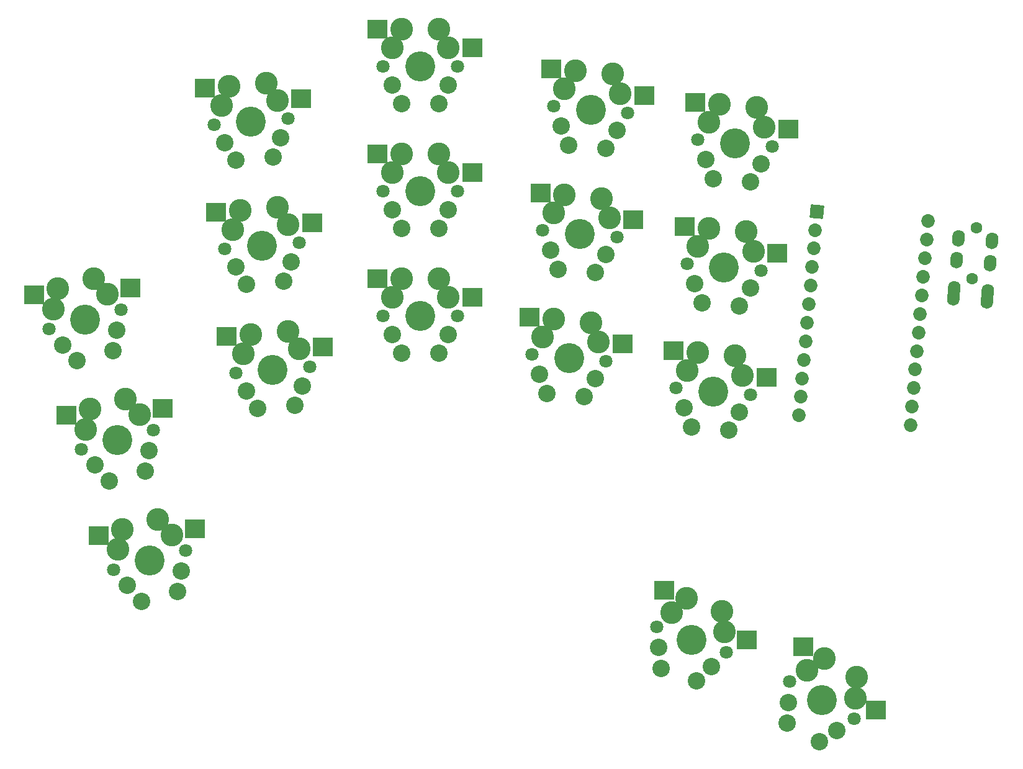
<source format=gbr>
%TF.GenerationSoftware,KiCad,Pcbnew,(6.0.2-0)*%
%TF.CreationDate,2022-03-23T10:44:18-07:00*%
%TF.ProjectId,Untitled,556e7469-746c-4656-942e-6b696361645f,v1.0.0*%
%TF.SameCoordinates,Original*%
%TF.FileFunction,Soldermask,Top*%
%TF.FilePolarity,Negative*%
%FSLAX46Y46*%
G04 Gerber Fmt 4.6, Leading zero omitted, Abs format (unit mm)*
G04 Created by KiCad (PCBNEW (6.0.2-0)) date 2022-03-23 10:44:18*
%MOMM*%
%LPD*%
G01*
G04 APERTURE LIST*
G04 Aperture macros list*
%AMRoundRect*
0 Rectangle with rounded corners*
0 $1 Rounding radius*
0 $2 $3 $4 $5 $6 $7 $8 $9 X,Y pos of 4 corners*
0 Add a 4 corners polygon primitive as box body*
4,1,4,$2,$3,$4,$5,$6,$7,$8,$9,$2,$3,0*
0 Add four circle primitives for the rounded corners*
1,1,$1+$1,$2,$3*
1,1,$1+$1,$4,$5*
1,1,$1+$1,$6,$7*
1,1,$1+$1,$8,$9*
0 Add four rect primitives between the rounded corners*
20,1,$1+$1,$2,$3,$4,$5,0*
20,1,$1+$1,$4,$5,$6,$7,0*
20,1,$1+$1,$6,$7,$8,$9,0*
20,1,$1+$1,$8,$9,$2,$3,0*%
%AMHorizOval*
0 Thick line with rounded ends*
0 $1 width*
0 $2 $3 position (X,Y) of the first rounded end (center of the circle)*
0 $4 $5 position (X,Y) of the second rounded end (center of the circle)*
0 Add line between two ends*
20,1,$1,$2,$3,$4,$5,0*
0 Add two circle primitives to create the rounded ends*
1,1,$1,$2,$3*
1,1,$1,$4,$5*%
G04 Aperture macros list end*
%ADD10C,1.801800*%
%ADD11C,3.100000*%
%ADD12C,4.087800*%
%ADD13RoundRect,0.050000X1.275000X1.250000X-1.275000X1.250000X-1.275000X-1.250000X1.275000X-1.250000X0*%
%ADD14C,2.386000*%
%ADD15RoundRect,0.050000X-0.796591X0.949340X-0.949340X-0.796591X0.796591X-0.949340X0.949340X0.796591X0*%
%ADD16C,1.852600*%
%ADD17C,1.600000*%
%ADD18HorizOval,1.700000X-0.026147X-0.298858X0.026147X0.298858X0*%
G04 APERTURE END LIST*
D10*
%TO.C,S5*%
X9707132Y33577018D03*
X-106674Y30947416D03*
D11*
X5938880Y37826521D03*
X462651Y33729568D03*
X7823006Y35701769D03*
X1031977Y36511720D03*
D12*
X4800229Y32262217D03*
D13*
X10986413Y36549402D03*
X-2157510Y35657099D03*
%TD*%
D12*
%TO.C,S20*%
X70798781Y27030529D03*
D10*
X75859450Y26587778D03*
X65738112Y27473280D03*
D14*
X67825695Y22191236D03*
X72886364Y21748484D03*
X74372907Y24168131D03*
X66781904Y24832258D03*
%TD*%
D10*
%TO.C,S23*%
X78822745Y60458398D03*
D11*
X70187950Y63763547D03*
X71674493Y66183194D03*
X76735162Y65740442D03*
D12*
X73762076Y60901149D03*
D11*
X77778953Y63099420D03*
D10*
X68701407Y61343900D03*
D13*
X81041491Y62813985D03*
X68385058Y66470982D03*
%TD*%
D12*
%TO.C,S3*%
X9200153Y15841478D03*
D10*
X4293250Y14526677D03*
D11*
X5431901Y20090981D03*
D10*
X14107056Y17156279D03*
D11*
X10338804Y21405782D03*
X12222930Y19281030D03*
X4862575Y17308829D03*
D13*
X15386337Y20128663D03*
X2242414Y19236360D03*
%TD*%
D12*
%TO.C,S30*%
X93439029Y56335482D03*
D10*
X98499698Y55892731D03*
X88378360Y56778233D03*
D14*
X90465943Y51496189D03*
X95526612Y51053437D03*
X89422152Y54137211D03*
X97013155Y53473084D03*
%TD*%
D11*
%TO.C,S13*%
X47977133Y37841886D03*
X54327133Y35301886D03*
D12*
X50517133Y32761886D03*
D10*
X45437133Y32761886D03*
D11*
X46707133Y35301886D03*
X53057133Y37841886D03*
D10*
X55597133Y32761886D03*
D13*
X57602133Y35301886D03*
X44675133Y37841886D03*
%TD*%
D10*
%TO.C,S22*%
X67219760Y44408590D03*
X77341098Y43523088D03*
D12*
X72280429Y43965839D03*
D14*
X74368012Y38683794D03*
X69307343Y39126546D03*
X68263552Y41767568D03*
X75854555Y41103441D03*
%TD*%
D11*
%TO.C,S1*%
X9831824Y3670242D03*
D10*
X8693173Y-1894062D03*
D11*
X16622853Y2860291D03*
X9262498Y888090D03*
D10*
X18506979Y735540D03*
D12*
X13600076Y-579261D03*
D11*
X14738727Y4985043D03*
D13*
X19786260Y3707924D03*
X6642337Y2815621D03*
%TD*%
D10*
%TO.C,S11*%
X32499043Y59709504D03*
D11*
X23421497Y61465024D03*
D12*
X27438374Y59266753D03*
D11*
X29525957Y64548798D03*
X31012500Y62129151D03*
D10*
X22377705Y58824002D03*
D11*
X24465288Y64106046D03*
D13*
X34275038Y62414586D03*
X21175853Y63818258D03*
%TD*%
D10*
%TO.C,S28*%
X97018050Y38957421D03*
D12*
X91957381Y39400172D03*
D10*
X86896712Y39842923D03*
D14*
X88984295Y34560879D03*
X94044964Y34118127D03*
X95531507Y36537774D03*
X87940504Y37201901D03*
%TD*%
D10*
%TO.C,S34*%
X100865300Y-17143777D03*
X109664118Y-22223777D03*
D12*
X105264709Y-19683777D03*
D14*
X100525004Y-22813186D03*
X104924414Y-25353186D03*
X100695152Y-19978482D03*
X107294266Y-23788482D03*
%TD*%
D15*
%TO.C,MCU1*%
X104615474Y47017275D03*
D16*
X104394099Y44486940D03*
X104172723Y41956606D03*
X103951347Y39426271D03*
X103729972Y36895937D03*
X103508596Y34365602D03*
X103287221Y31835267D03*
X103065845Y29304933D03*
X102844469Y26774598D03*
X102623094Y24244264D03*
X102401718Y21713929D03*
X102180343Y19183595D03*
X119797481Y45689021D03*
X119576106Y43158687D03*
X119354730Y40628352D03*
X119133355Y38098018D03*
X118911979Y35567683D03*
X118690603Y33037349D03*
X118469228Y30507014D03*
X118247852Y27976679D03*
X118026477Y25446345D03*
X117805101Y22916010D03*
X117583725Y20385676D03*
X117362350Y17855341D03*
%TD*%
D10*
%TO.C,S18*%
X55597133Y66761886D03*
D12*
X50517133Y66761886D03*
D10*
X45437133Y66761886D03*
D14*
X53057133Y61681886D03*
X47977133Y61681886D03*
X54327133Y64221886D03*
X46707133Y64221886D03*
%TD*%
D10*
%TO.C,S4*%
X14107056Y17156279D03*
D12*
X9200153Y15841478D03*
D10*
X4293250Y14526677D03*
D14*
X12968405Y11591975D03*
X8061502Y10277174D03*
X13537731Y14374127D03*
X6177376Y12401926D03*
%TD*%
D11*
%TO.C,S31*%
X84800940Y-7715841D03*
D10*
X92286077Y-13143219D03*
D11*
X86863081Y-5763387D03*
D12*
X87512438Y-11405757D03*
D11*
X91636720Y-7500850D03*
X91961398Y-10322034D03*
D10*
X82738799Y-9668295D03*
D13*
X95038891Y-11442150D03*
X83760216Y-4634037D03*
%TD*%
D10*
%TO.C,S27*%
X97018050Y38957421D03*
D11*
X95974258Y41598443D03*
D10*
X86896712Y39842923D03*
D12*
X91957381Y39400172D03*
D11*
X88383255Y42262570D03*
X89869798Y44682217D03*
X94930467Y44239465D03*
D13*
X99236796Y41313008D03*
X86580363Y44970005D03*
%TD*%
D11*
%TO.C,S29*%
X96412115Y61174775D03*
D10*
X98499698Y55892731D03*
D11*
X97455906Y58533753D03*
X91351446Y61617527D03*
D10*
X88378360Y56778233D03*
D11*
X89864903Y59197880D03*
D12*
X93439029Y56335482D03*
D13*
X100718444Y58248318D03*
X88062011Y61905315D03*
%TD*%
D12*
%TO.C,S6*%
X4800229Y32262217D03*
D10*
X9707132Y33577018D03*
X-106674Y30947416D03*
D14*
X8568481Y28012714D03*
X3661578Y26697913D03*
X1777452Y28822665D03*
X9137807Y30794866D03*
%TD*%
D10*
%TO.C,S14*%
X55597133Y32761886D03*
X45437133Y32761886D03*
D12*
X50517133Y32761886D03*
D14*
X47977133Y27681886D03*
X53057133Y27681886D03*
X54327133Y30221886D03*
X46707133Y30221886D03*
%TD*%
D12*
%TO.C,S8*%
X30401669Y25396133D03*
D10*
X25341000Y24953382D03*
X35462338Y25838884D03*
D14*
X33374755Y20556840D03*
X28314086Y20114088D03*
X26827543Y22533735D03*
X34418546Y23197862D03*
%TD*%
D12*
%TO.C,S32*%
X87512438Y-11405757D03*
D10*
X82738799Y-9668295D03*
X92286077Y-13143219D03*
D14*
X83388156Y-15310664D03*
X88161795Y-17048127D03*
X83063478Y-12489480D03*
X90223936Y-15095673D03*
%TD*%
D12*
%TO.C,S21*%
X72280429Y43965839D03*
D11*
X75253515Y48805132D03*
X68706303Y46828237D03*
D10*
X77341098Y43523088D03*
D11*
X76297306Y46164110D03*
X70192846Y49247884D03*
D10*
X67219760Y44408590D03*
D13*
X79559844Y45878675D03*
X66903411Y49535672D03*
%TD*%
D17*
%TO.C,REF\u002A\u002A*%
X126371843Y44778134D03*
X125761753Y37804771D03*
D18*
X127817680Y34914587D03*
X123235184Y35315503D03*
X127913551Y36010401D03*
X123331056Y36411317D03*
X128262174Y39995180D03*
X123679679Y40396096D03*
X128523642Y42983764D03*
X123941146Y43384680D03*
%TD*%
D11*
%TO.C,S25*%
X94492611Y24663133D03*
X93448820Y27304155D03*
D12*
X90475734Y22464862D03*
D10*
X95536403Y22022111D03*
D11*
X88388151Y27746907D03*
D10*
X85415065Y22907613D03*
D11*
X86901608Y25327260D03*
D13*
X97755149Y24377698D03*
X85098716Y28034695D03*
%TD*%
D12*
%TO.C,S15*%
X50517133Y49761886D03*
D11*
X47977133Y54841886D03*
D10*
X55597133Y49761886D03*
D11*
X53057133Y54841886D03*
X54327133Y52301886D03*
X46707133Y52301886D03*
D10*
X45437133Y49761886D03*
D13*
X57602133Y52301886D03*
X44675133Y54841886D03*
%TD*%
D11*
%TO.C,S7*%
X32489252Y30678178D03*
X33975795Y28258531D03*
X27428583Y30235426D03*
D12*
X30401669Y25396133D03*
D10*
X35462338Y25838884D03*
X25341000Y24953382D03*
D11*
X26384792Y27594404D03*
D13*
X37238333Y28543966D03*
X24139148Y29947638D03*
%TD*%
D12*
%TO.C,S16*%
X50517133Y49761886D03*
D10*
X45437133Y49761886D03*
X55597133Y49761886D03*
D14*
X47977133Y44681886D03*
X53057133Y44681886D03*
X54327133Y47221886D03*
X46707133Y47221886D03*
%TD*%
D10*
%TO.C,S10*%
X33980690Y42774194D03*
D12*
X28920021Y42331443D03*
D10*
X23859352Y41888692D03*
D14*
X26832438Y37049398D03*
X31893107Y37492150D03*
X32936898Y40133172D03*
X25345895Y39469045D03*
%TD*%
D11*
%TO.C,S9*%
X31007604Y47613488D03*
X32494147Y45193841D03*
D12*
X28920021Y42331443D03*
D10*
X33980690Y42774194D03*
X23859352Y41888692D03*
D11*
X25946935Y47170736D03*
X24903144Y44529714D03*
D13*
X35756685Y45479276D03*
X22657500Y46882948D03*
%TD*%
D10*
%TO.C,S2*%
X18506979Y735540D03*
X8693173Y-1894062D03*
D12*
X13600076Y-579261D03*
D14*
X12461425Y-6143565D03*
X17368328Y-4828764D03*
X10577299Y-4018813D03*
X17937654Y-2046612D03*
%TD*%
D11*
%TO.C,S19*%
X67224655Y29892927D03*
X68711198Y32312574D03*
D10*
X65738112Y27473280D03*
D11*
X74815658Y29228800D03*
D12*
X70798781Y27030529D03*
D10*
X75859450Y26587778D03*
D11*
X73771867Y31869822D03*
D13*
X78078196Y28943365D03*
X65421763Y32600362D03*
%TD*%
D10*
%TO.C,S24*%
X68701407Y61343900D03*
D12*
X73762076Y60901149D03*
D10*
X78822745Y60458398D03*
D14*
X70788990Y56061856D03*
X75849659Y55619104D03*
X77336202Y58038751D03*
X69745199Y58702878D03*
%TD*%
D10*
%TO.C,S33*%
X109664118Y-22223777D03*
D11*
X109834266Y-19389072D03*
X105605004Y-14014368D03*
D12*
X105264709Y-19683777D03*
D10*
X100865300Y-17143777D03*
D11*
X103235152Y-15579072D03*
X110004414Y-16554368D03*
D13*
X112670499Y-21026572D03*
X102745389Y-12363368D03*
%TD*%
D11*
%TO.C,S17*%
X47977133Y71841886D03*
X46707133Y69301886D03*
D10*
X55597133Y66761886D03*
D11*
X53057133Y71841886D03*
D12*
X50517133Y66761886D03*
D10*
X45437133Y66761886D03*
D11*
X54327133Y69301886D03*
D13*
X57602133Y69301886D03*
X44675133Y71841886D03*
%TD*%
D10*
%TO.C,S26*%
X85415065Y22907613D03*
X95536403Y22022111D03*
D12*
X90475734Y22464862D03*
D14*
X92563317Y17182817D03*
X87502648Y17625569D03*
X94049860Y19602464D03*
X86458857Y20266591D03*
%TD*%
D12*
%TO.C,S12*%
X27438374Y59266753D03*
D10*
X32499043Y59709504D03*
X22377705Y58824002D03*
D14*
X25350791Y53984708D03*
X30411460Y54427460D03*
X31455251Y57068482D03*
X23864248Y56404355D03*
%TD*%
M02*

</source>
